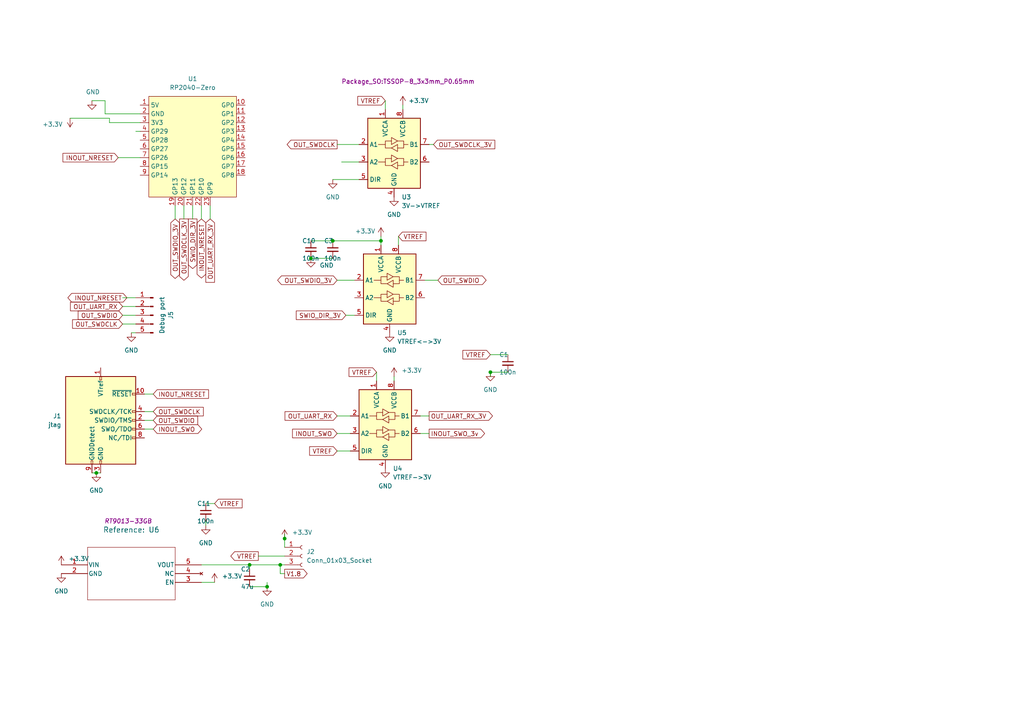
<source format=kicad_sch>
(kicad_sch (version 20231120) (generator "eeschema") (generator_version "8.0")
  (paper "A4")
  (title_block (title "Swindle RP2040 ZERO") (rev "0"))
  (lib_symbols
    (symbol "2024-10-20_09-04-45:RT9013-33GB" (pin_names (offset 0.254))
      (property "Reference" "U" (at 20.32 10.16 0))
      (property "Value" "RT9013-33GB" (at 20.32 7.62 0))
      (symbol "RT9013-33GB_0_1"
        (polyline (pts (xy 7.62 -10.16) (xy 33.02 -10.16)) (stroke (width 0.127)))
        (polyline (pts (xy 7.62 5.08) (xy 7.62 -10.16)) (stroke (width 0.127)))
        (polyline (pts (xy 33.02 -10.16) (xy 33.02 5.08)) (stroke (width 0.127)))
        (polyline (pts (xy 33.02 5.08) (xy 7.62 5.08)) (stroke (width 0.127)))
        (pin input line (at 0 0 0) (length 7.62) (name "VIN") (number "1"))
        (pin power_out line (at 0 -2.54 0) (length 7.62) (name "GND") (number "2"))
        (pin unspecified line (at 40.64 -5.08 180) (length 7.62) (name "EN") (number "3"))
        (pin no_connect line (at 40.64 -2.54 180) (length 7.62) (name "NC") (number "4"))
        (pin output line (at 40.64 0 180) (length 7.62) (name "VOUT") (number "5"))
      )
    )
    (symbol "CarrierZero:RP2040-Zero"
      (property "Reference" "U" (at 0 0 0))
      (property "Value" "RP2040-Zero" (at 0 8.89 0))
      (symbol "RP2040-Zero_0_1"
        (rectangle (start -12.7 7.62) (end 12.7 -21.59) (fill (type background)))
      )
      (symbol "RP2040-Zero_1_1"
        (pin power_in line (at -15.24 5.08 0) (length 2.54) (name "5V") (number "1"))
        (pin bidirectional line (at 15.24 5.08 180) (length 2.54) (name "GP0") (number "10"))
        (pin bidirectional line (at 15.24 2.54 180) (length 2.54) (name "GP1") (number "11"))
        (pin bidirectional line (at 15.24 0 180) (length 2.54) (name "GP2") (number "12"))
        (pin bidirectional line (at 15.24 -2.54 180) (length 2.54) (name "GP3") (number "13"))
        (pin bidirectional line (at 15.24 -5.08 180) (length 2.54) (name "GP4") (number "14"))
        (pin bidirectional line (at 15.24 -7.62 180) (length 2.54) (name "GP5") (number "15"))
        (pin bidirectional line (at 15.24 -10.16 180) (length 2.54) (name "GP6") (number "16"))
        (pin bidirectional line (at 15.24 -12.7 180) (length 2.54) (name "GP7") (number "17"))
        (pin bidirectional line (at 15.24 -15.24 180) (length 2.54) (name "GP8") (number "18"))
        (pin bidirectional line (at -5.08 -24.13 90) (length 2.54) (name "GP13") (number "19"))
        (pin power_in line (at -15.24 2.54 0) (length 2.54) (name "GND") (number "2"))
        (pin bidirectional line (at -2.54 -24.13 90) (length 2.54) (name "GP12") (number "20"))
        (pin bidirectional line (at 0 -24.13 90) (length 2.54) (name "GP11") (number "21"))
        (pin bidirectional line (at 2.54 -24.13 90) (length 2.54) (name "GP10") (number "22"))
        (pin bidirectional line (at 5.08 -24.13 90) (length 2.54) (name "GP9") (number "23"))
        (pin power_in line (at -15.24 0 0) (length 2.54) (name "3V3") (number "3"))
        (pin bidirectional line (at -15.24 -2.54 0) (length 2.54) (name "GP29") (number "4"))
        (pin bidirectional line (at -15.24 -5.08 0) (length 2.54) (name "GP28") (number "5"))
        (pin bidirectional line (at -15.24 -7.62 0) (length 2.54) (name "GP27") (number "6"))
        (pin bidirectional line (at -15.24 -10.16 0) (length 2.54) (name "GP26") (number "7"))
        (pin bidirectional line (at -15.24 -12.7 0) (length 2.54) (name "GP15") (number "8"))
        (pin bidirectional line (at -15.24 -15.24 0) (length 2.54) (name "GP14") (number "9"))
      )
    )
    (symbol "Connector:Conn_01x03_Socket" (pin_names (offset 1.016) hide)
      (property "Reference" "J" (at 0 5.08 0))
      (property "Value" "Conn_01x03_Socket" (at 0 -5.08 0))
      (symbol "Conn_01x03_Socket_1_1"
        (arc (start 0 -2.032) (mid -0.5058 -2.54) (end 0 -3.048) (stroke (width 0.1524)))
        (polyline (pts (xy -1.27 -2.54) (xy -0.508 -2.54)) (stroke (width 0.1524)))
        (polyline (pts (xy -1.27 0) (xy -0.508 0)) (stroke (width 0.1524)))
        (polyline (pts (xy -1.27 2.54) (xy -0.508 2.54)) (stroke (width 0.1524)))
        (arc (start 0 0.508) (mid -0.5058 0) (end 0 -0.508) (stroke (width 0.1524)))
        (arc (start 0 3.048) (mid -0.5058 2.54) (end 0 2.032) (stroke (width 0.1524)))
        (pin passive line (at -5.08 2.54 0) (length 3.81) (name "Pin_1") (number "1"))
        (pin passive line (at -5.08 0 0) (length 3.81) (name "Pin_2") (number "2"))
        (pin passive line (at -5.08 -2.54 0) (length 3.81) (name "Pin_3") (number "3"))
      )
    )
    (symbol "Connector:Conn_01x05_Male" (pin_names (offset 1.016) hide)
      (property "Reference" "J" (at 0 7.62 0))
      (property "Value" "Conn_01x05_Male" (at 0 -7.62 0))
      (symbol "Conn_01x05_Male_1_1"
        (polyline (pts (xy 1.27 -5.08) (xy 0.8636 -5.08)) (stroke (width 0.1524)))
        (polyline (pts (xy 1.27 -2.54) (xy 0.8636 -2.54)) (stroke (width 0.1524)))
        (polyline (pts (xy 1.27 0) (xy 0.8636 0)) (stroke (width 0.1524)))
        (polyline (pts (xy 1.27 2.54) (xy 0.8636 2.54)) (stroke (width 0.1524)))
        (polyline (pts (xy 1.27 5.08) (xy 0.8636 5.08)) (stroke (width 0.1524)))
        (rectangle (start 0.8636 -4.953) (end 0 -5.207) (stroke (width 0.1524)) (fill (type outline)))
        (rectangle (start 0.8636 -2.413) (end 0 -2.667) (stroke (width 0.1524)) (fill (type outline)))
        (rectangle (start 0.8636 0.127) (end 0 -0.127) (stroke (width 0.1524)) (fill (type outline)))
        (rectangle (start 0.8636 2.667) (end 0 2.413) (stroke (width 0.1524)) (fill (type outline)))
        (rectangle (start 0.8636 5.207) (end 0 4.953) (stroke (width 0.1524)) (fill (type outline)))
        (pin passive line (at 5.08 5.08 180) (length 3.81) (name "Pin_1") (number "1"))
        (pin passive line (at 5.08 2.54 180) (length 3.81) (name "Pin_2") (number "2"))
        (pin passive line (at 5.08 0 180) (length 3.81) (name "Pin_3") (number "3"))
        (pin passive line (at 5.08 -2.54 180) (length 3.81) (name "Pin_4") (number "4"))
        (pin passive line (at 5.08 -5.08 180) (length 3.81) (name "Pin_5") (number "5"))
      )
    )
    (symbol "Connector:Conn_ARM_JTAG_SWD_10" (pin_names (offset 1.016))
      (property "Reference" "J" (at -2.54 16.51 0))
      (property "Value" "Conn_ARM_JTAG_SWD_10" (at -2.54 13.97 0))
      (symbol "Conn_ARM_JTAG_SWD_10_0_1"
        (rectangle (start -10.16 12.7) (end 10.16 -12.7) (stroke (width 0.254)) (fill (type background)))
        (rectangle (start -2.794 -12.7) (end -2.286 -11.684))
        (rectangle (start -0.254 -12.7) (end 0.254 -11.684))
        (rectangle (start -0.254 12.7) (end 0.254 11.684))
        (rectangle (start 9.144 2.286) (end 10.16 2.794))
        (rectangle (start 10.16 -2.794) (end 9.144 -2.286))
        (rectangle (start 10.16 -0.254) (end 9.144 0.254))
        (rectangle (start 10.16 7.874) (end 9.144 7.366))
      )
      (symbol "Conn_ARM_JTAG_SWD_10_1_1"
        (rectangle (start 9.144 -5.334) (end 10.16 -4.826))
        (pin power_in line (at 0 15.24 270) (length 2.54) (name "VTref") (number "1"))
        (pin open_collector line (at 12.7 7.62 180) (length 2.54) (name "~{RESET}") (number "10"))
        (pin bidirectional line (at 12.7 0 180) (length 2.54) (name "SWDIO/TMS") (number "2"))
        (pin power_in line (at 0 -15.24 90) (length 2.54) (name "GND") (number "3"))
        (pin output line (at 12.7 2.54 180) (length 2.54) (name "SWDCLK/TCK") (number "4"))
        (pin passive line (at 0 -15.24 90) (length 2.54) hide (name "GND") (number "5"))
        (pin input line (at 12.7 -2.54 180) (length 2.54) (name "SWO/TDO") (number "6"))
        (pin no_connect line (at -10.16 0 0) (length 2.54) hide (name "KEY") (number "7"))
        (pin output line (at 12.7 -5.08 180) (length 2.54) (name "NC/TDI") (number "8"))
        (pin passive line (at -2.54 -15.24 90) (length 2.54) (name "GNDDetect") (number "9"))
      )
    )
    (symbol "Device:C_Small" (pin_numbers hide) (pin_names (offset 0.254) hide)
      (property "Reference" "C" (at 0.254 1.778 0))
      (property "Value" "C_Small" (at 0.254 -2.032 0))
      (symbol "C_Small_0_1"
        (polyline (pts (xy -1.524 -0.508) (xy 1.524 -0.508)) (stroke (width 0.3302)))
        (polyline (pts (xy -1.524 0.508) (xy 1.524 0.508)) (stroke (width 0.3048)))
      )
      (symbol "C_Small_1_1"
        (pin passive line (at 0 2.54 270) (length 2.032) (name "~") (number "1"))
        (pin passive line (at 0 -2.54 90) (length 2.032) (name "~") (number "2"))
      )
    )
    (symbol "Logic_LevelTranslator:SN74LVC2T45DCUR"
      (property "Reference" "U" (at -6.35 11.43 0))
      (property "Value" "SN74LVC2T45DCUR" (at 3.81 11.43 0))
      (symbol "SN74LVC2T45DCUR_0_1"
        (rectangle (start -7.62 10.16) (end 7.62 -10.16) (stroke (width 0.254)) (fill (type background)))
        (polyline (pts (xy -2.54 2.54) (xy -2.54 3.556) (xy -0.762 3.556)))
        (polyline (pts (xy 2.794 2.54) (xy 2.794 1.524) (xy 1.016 1.524)))
        (polyline (pts (xy -0.762 1.524) (xy -2.54 1.524) (xy -2.54 2.54) (xy -4.572 2.54)))
        (polyline (pts (xy -0.762 2.54) (xy -0.762 4.572) (xy 1.016 3.556) (xy -0.762 2.54)))
        (polyline (pts (xy 1.016 3.556) (xy 2.794 3.556) (xy 2.794 2.54) (xy 4.064 2.54)))
        (polyline (pts (xy 1.016 2.54) (xy 1.016 0.762) (xy 1.016 0.508) (xy -0.762 1.524) (xy 1.016 2.54)))
      )
      (symbol "SN74LVC2T45DCUR_1_1"
        (polyline (pts (xy -2.54 -2.54) (xy -2.54 -1.524) (xy -0.762 -1.524)))
        (polyline (pts (xy 2.794 -2.54) (xy 2.794 -3.556) (xy 1.016 -3.556)))
        (polyline (pts (xy -0.762 -3.556) (xy -2.54 -3.556) (xy -2.54 -2.54) (xy -4.572 -2.54)))
        (polyline (pts (xy -0.762 -2.54) (xy -0.762 -0.508) (xy 1.016 -1.524) (xy -0.762 -2.54)))
        (polyline (pts (xy 1.016 -1.524) (xy 2.794 -1.524) (xy 2.794 -2.54) (xy 4.064 -2.54)))
        (polyline (pts (xy 1.016 -2.54) (xy 1.016 -4.318) (xy 1.016 -4.572) (xy -0.762 -3.556) (xy 1.016 -2.54)))
        (pin power_in line (at -2.54 12.7 270) (length 2.54) (name "VCCA") (number "1"))
        (pin bidirectional line (at -10.16 2.54 0) (length 2.54) (name "A1") (number "2"))
        (pin bidirectional line (at -10.16 -2.54 0) (length 2.54) (name "A2") (number "3"))
        (pin power_in line (at 0 -12.7 90) (length 2.54) (name "GND") (number "4"))
        (pin input line (at -10.16 -7.62 0) (length 2.54) (name "DIR") (number "5"))
        (pin bidirectional line (at 10.16 -2.54 180) (length 2.54) (name "B2") (number "6"))
        (pin bidirectional line (at 10.16 2.54 180) (length 2.54) (name "B1") (number "7"))
        (pin power_in line (at 2.54 12.7 270) (length 2.54) (name "VCCB") (number "8"))
      )
    )
    (symbol "power:+3.3V" (power) (pin_names (offset 0))
      (property "Value" "+3.3V" (at 0 3.556 0))
      (symbol "+3.3V_0_1"
        (polyline (pts (xy -0.762 1.27) (xy 0 2.54)))
        (polyline (pts (xy 0 0) (xy 0 2.54)))
        (polyline (pts (xy 0 2.54) (xy 0.762 1.27)))
      )
      (symbol "+3.3V_1_1"
        (pin power_in line (at 0 0 90) (length 0) hide (name "+3.3V") (number "1"))
      )
    )
    (symbol "power:GND" (power) (pin_names (offset 0))
      (property "Value" "GND" (at 0 -3.81 0))
      (symbol "GND_0_1"
        (polyline (pts (xy 0 0) (xy 0 -1.27) (xy 1.27 -1.27) (xy 0 -2.54) (xy -1.27 -1.27) (xy 0 -1.27)))
      )
      (symbol "GND_1_1"
        (pin power_in line (at 0 0 270) (length 0) hide (name "GND") (number "1"))
      )
    )
  )
  (junction (at 96.52 69.85))
  (junction (at 77.47 170.18))
  (junction (at 90.17 74.93))
  (junction (at 81.28 163.83))
  (junction (at 27.94 137.16))
  (junction (at 82.55 156.21))
  (junction (at 110.49 69.85))
  (junction (at 72.39 163.83))
  (junction (at 142.24 107.95))
  (wire (pts (xy 30.48 33.02) (xy 40.64 33.02)))
  (wire (pts (xy 121.92 120.65) (xy 124.46 120.65)))
  (wire (pts (xy 81.28 166.37) (xy 81.28 163.83)))
  (wire (pts (xy 60.96 59.69) (xy 60.96 63.5)))
  (wire (pts (xy 31.75 35.56) (xy 40.64 35.56)))
  (wire (pts (xy 41.91 119.38) (xy 44.45 119.38)))
  (wire (pts (xy 55.88 59.69) (xy 55.88 63.5)))
  (wire (pts (xy 97.79 130.81) (xy 101.6 130.81)))
  (wire (pts (xy 90.17 74.93) (xy 96.52 74.93)))
  (wire (pts (xy 53.34 59.69) (xy 53.34 63.5)))
  (wire (pts (xy 30.48 29.21) (xy 26.67 29.21)))
  (wire (pts (xy 123.19 81.28) (xy 127 81.28)))
  (wire (pts (xy 142.24 107.95) (xy 142.24 109.22)))
  (wire (pts (xy 72.39 170.18) (xy 77.47 170.18)))
  (wire (pts (xy 109.22 107.95) (xy 109.22 110.49)))
  (wire (pts (xy 96.52 69.85) (xy 110.49 69.85)))
  (wire (pts (xy 38.1 96.52) (xy 39.37 96.52)))
  (wire (pts (xy 20.32 34.29) (xy 31.75 34.29)))
  (wire (pts (xy 35.56 86.36) (xy 39.37 86.36)))
  (wire (pts (xy 77.47 168.91) (xy 77.47 170.18)))
  (wire (pts (xy 59.69 151.13) (xy 59.69 152.4)))
  (wire (pts (xy 27.94 137.16) (xy 29.21 137.16)))
  (wire (pts (xy 59.69 146.05) (xy 62.23 146.05)))
  (wire (pts (xy 96.52 52.07) (xy 104.14 52.07)))
  (wire (pts (xy 97.79 81.28) (xy 102.87 81.28)))
  (wire (pts (xy 39.37 38.1) (xy 40.64 38.1)))
  (wire (pts (xy 41.91 121.92) (xy 44.45 121.92)))
  (wire (pts (xy 111.76 29.21) (xy 111.76 31.75)))
  (wire (pts (xy 30.48 33.02) (xy 30.48 29.21)))
  (wire (pts (xy 82.55 156.21) (xy 82.55 158.75)))
  (wire (pts (xy 74.93 161.29) (xy 82.55 161.29)))
  (wire (pts (xy 147.32 107.95) (xy 142.24 107.95)))
  (wire (pts (xy 41.91 114.3) (xy 44.45 114.3)))
  (wire (pts (xy 82.55 166.37) (xy 81.28 166.37)))
  (wire (pts (xy 97.79 125.73) (xy 101.6 125.73)))
  (wire (pts (xy 121.92 125.73) (xy 124.46 125.73)))
  (wire (pts (xy 110.49 68.58) (xy 110.49 69.85)))
  (wire (pts (xy 110.49 69.85) (xy 110.49 71.12)))
  (wire (pts (xy 90.17 69.85) (xy 96.52 69.85)))
  (wire (pts (xy 97.79 120.65) (xy 101.6 120.65)))
  (wire (pts (xy 35.56 88.9) (xy 39.37 88.9)))
  (wire (pts (xy 116.84 30.48) (xy 116.84 31.75)))
  (wire (pts (xy 97.79 41.91) (xy 104.14 41.91)))
  (wire (pts (xy 35.56 93.98) (xy 39.37 93.98)))
  (wire (pts (xy 81.28 163.83) (xy 82.55 163.83)))
  (wire (pts (xy 72.39 163.83) (xy 81.28 163.83)))
  (wire (pts (xy 124.46 41.91) (xy 125.73 41.91)))
  (wire (pts (xy 58.42 168.91) (xy 62.23 168.91)))
  (wire (pts (xy 114.3 109.22) (xy 114.3 110.49)))
  (wire (pts (xy 31.75 34.29) (xy 31.75 35.56)))
  (wire (pts (xy 142.24 102.87) (xy 147.32 102.87)))
  (wire (pts (xy 58.42 163.83) (xy 72.39 163.83)))
  (wire (pts (xy 100.33 91.44) (xy 102.87 91.44)))
  (wire (pts (xy 115.57 68.58) (xy 115.57 71.12)))
  (wire (pts (xy 58.42 59.69) (xy 58.42 63.5)))
  (wire (pts (xy 34.29 45.72) (xy 40.64 45.72)))
  (wire (pts (xy 35.56 91.44) (xy 39.37 91.44)))
  (wire (pts (xy 82.55 154.94) (xy 82.55 156.21)))
  (wire (pts (xy 50.8 59.69) (xy 50.8 63.5)))
  (wire (pts (xy 99.06 46.99) (xy 104.14 46.99)))
  (wire (pts (xy 26.67 137.16) (xy 27.94 137.16)))
  (wire (pts (xy 41.91 124.46) (xy 44.45 124.46)))
  (wire (pts (xy 72.39 163.83) (xy 72.39 165.1)))
  (global_label "INOUT_NRESET" (shape input) (at 34.29 45.72 180) (property "Intersheetrefs" "${INTERSHEET_REFS}" (effects (hide yes))))
  (global_label "INOUT_SWO" (shape bidirectional) (at 44.45 124.46 0) (property "Intersheetrefs" "${INTERSHEET_REFS}" (effects (hide yes))))
  (global_label "VTREF" (shape input) (at 111.76 29.21 180) (property "Intersheetrefs" "${INTERSHEET_REFS}" (effects (hide yes))))
  (global_label "INOUT_SWO_3v" (shape output) (at 124.46 125.73 0) (property "Intersheetrefs" "${INTERSHEET_REFS}" (effects (hide yes))))
  (global_label "OUT_UART_RX_3V" (shape output) (at 124.46 120.65 0) (property "Intersheetrefs" "${INTERSHEET_REFS}" (effects (hide yes))))
  (global_label "V1.8" (shape output) (at 82.55 166.37 0) (property "Intersheetrefs" "${INTERSHEET_REFS}" (effects (hide yes))))
  (global_label "OUT_SWDIO" (shape input) (at 44.45 121.92 0) (property "Intersheetrefs" "${INTERSHEET_REFS}" (effects (hide yes))))
  (global_label "OUT_SWDIO" (shape input) (at 35.56 91.44 180) (property "Intersheetrefs" "${INTERSHEET_REFS}" (effects (hide yes))))
  (global_label "INOUT_NRESET" (shape input) (at 44.45 114.3 0) (property "Intersheetrefs" "${INTERSHEET_REFS}" (effects (hide yes))))
  (global_label "OUT_UART_RX" (shape input) (at 35.56 88.9 180) (property "Intersheetrefs" "${INTERSHEET_REFS}" (effects (hide yes))))
  (global_label "VTREF" (shape input) (at 97.79 130.81 180) (property "Intersheetrefs" "${INTERSHEET_REFS}" (effects (hide yes))))
  (global_label "OUT_UART_RX" (shape input) (at 97.79 120.65 180) (property "Intersheetrefs" "${INTERSHEET_REFS}" (effects (hide yes))))
  (global_label "OUT_SWDCLK_3V" (shape output) (at 53.34 63.5 270) (property "Intersheetrefs" "${INTERSHEET_REFS}" (effects (hide yes))))
  (global_label "OUT_SWDIO_3V" (shape bidirectional) (at 50.8 63.5 270) (property "Intersheetrefs" "${INTERSHEET_REFS}" (effects (hide yes))))
  (global_label "OUT_SWDCLK" (shape input) (at 35.56 93.98 180) (property "Intersheetrefs" "${INTERSHEET_REFS}" (effects (hide yes))))
  (global_label "OUT_SWDCLK" (shape input) (at 44.45 119.38 0) (property "Intersheetrefs" "${INTERSHEET_REFS}" (effects (hide yes))))
  (global_label "INOUT_SWO" (shape input) (at 97.79 125.73 180) (property "Intersheetrefs" "${INTERSHEET_REFS}" (effects (hide yes))))
  (global_label "INOUT_NRESET" (shape bidirectional) (at 58.42 63.5 270) (property "Intersheetrefs" "${INTERSHEET_REFS}" (effects (hide yes))))
  (global_label "SWIO_DIR_3V" (shape input) (at 100.33 91.44 180) (property "Intersheetrefs" "${INTERSHEET_REFS}" (effects (hide yes))))
  (global_label "VTREF" (shape input) (at 115.57 68.58 0) (property "Intersheetrefs" "${INTERSHEET_REFS}" (effects (hide yes))))
  (global_label "OUT_UART_RX_3V" (shape input) (at 60.96 63.5 270) (property "Intersheetrefs" "${INTERSHEET_REFS}" (effects (hide yes))))
  (global_label "INOUT_NRESET" (shape bidirectional) (at 36.83 86.36 180) (property "Intersheetrefs" "${INTERSHEET_REFS}" (effects (hide yes))))
  (global_label "VTREF" (shape input) (at 142.24 102.87 180) (property "Intersheetrefs" "${INTERSHEET_REFS}" (effects (hide yes))))
  (global_label "SWIO_DIR_3V" (shape output) (at 55.88 63.5 270) (property "Intersheetrefs" "${INTERSHEET_REFS}" (effects (hide yes))))
  (global_label "OUT_SWDCLK_3V" (shape input) (at 125.73 41.91 0) (property "Intersheetrefs" "${INTERSHEET_REFS}" (effects (hide yes))))
  (global_label "VTREF" (shape input) (at 109.22 107.95 180) (property "Intersheetrefs" "${INTERSHEET_REFS}" (effects (hide yes))))
  (global_label "VTREF" (shape output) (at 74.93 161.29 180) (property "Intersheetrefs" "${INTERSHEET_REFS}" (effects (hide yes))))
  (global_label "OUT_SWDCLK" (shape output) (at 97.79 41.91 180) (property "Intersheetrefs" "${INTERSHEET_REFS}" (effects (hide yes))))
  (global_label "OUT_SWDIO" (shape bidirectional) (at 127 81.28 0) (property "Intersheetrefs" "${INTERSHEET_REFS}" (effects (hide yes))))
  (global_label "VTREF" (shape input) (at 62.23 146.05 0) (property "Intersheetrefs" "${INTERSHEET_REFS}" (effects (hide yes))))
  (global_label "OUT_SWDIO_3V" (shape bidirectional) (at 97.79 81.28 180) (property "Intersheetrefs" "${INTERSHEET_REFS}" (effects (hide yes))))
  (symbol (lib_id "Connector:Conn_01x05_Male") (at 44.45 91.44 0) (mirror y) (unit 1)
    (property "Reference" "J5" (at 49.53 91.44 90))
    (property "Value" "Debug port" (at 46.99 91.44 90))
    (property "Footprint" "Con5" (effects (hide yes)))
  )
  (symbol (lib_id "power:GND") (at 59.69 152.4 0) (unit 1)
    (property "Reference" "#PWR013" (effects (hide yes)))
    (property "Value" "GND" (at 59.69 157.48 0))
  )
  (symbol (lib_id "Connector:Conn_01x03_Socket") (at 87.63 161.29 0) (unit 1)
    (property "Reference" "J2" (at 88.9 160.0199 0) (effects (justify left)))
    (property "Value" "Conn_01x03_Socket" (at 88.9 162.5599 0) (effects (justify left)))
    (property "Footprint" "Connector_PinHeader_2.54mm:PinHeader_1x03_P2.54mm_Vertical" (effects (hide yes)))
    (property "Description" "Generic connector, single row, 01x03, script generated" (effects (hide yes)))
  )
  (symbol (lib_id "Logic_LevelTranslator:SN74LVC2T45DCUR") (at 113.03 83.82 0) (unit 1)
    (property "Reference" "U5" (at 115.2241 96.52 0) (effects (justify left)))
    (property "Value" "VTREF<->3V" (at 115.2241 99.06 0) (effects (justify left)))
    (property "Footprint" "Package_SO:TSSOP-8_3x3mm_P0.65mm" (effects (hide yes)))
    (property "Datasheet" "http://www.ti.com/lit/ds/symlink/sn74lvc2t45.pdf" (effects (hide yes)))
    (property "Description" "Dual-Bit Dual-Supply Bus Transceiver With Configurable Voltage Translation and 3-State Outputs, VSSOP-8" (effects (hide yes)))
  )
  (symbol (lib_id "power:GND") (at 27.94 137.16 0) (unit 1)
    (property "Reference" "#PWR010" (effects (hide yes)))
    (property "Value" "GND" (at 27.94 142.24 0))
  )
  (symbol (lib_id "Logic_LevelTranslator:SN74LVC2T45DCUR") (at 114.3 44.45 0) (unit 1)
    (property "Reference" "U3" (at 116.4941 57.15 0) (effects (justify left)))
    (property "Value" "3V->VTREF" (at 116.4941 59.69 0) (effects (justify left)))
    (property "Footprint" "Package_SO:TSSOP-8_3x3mm_P0.65mm" (at 118.364 23.622 0))
    (property "Datasheet" "http://www.ti.com/lit/ds/symlink/sn74lvc2t45.pdf" (effects (hide yes)))
    (property "Description" "Dual-Bit Dual-Supply Bus Transceiver With Configurable Voltage Translation and 3-State Outputs, VSSOP-8" (effects (hide yes)))
  )
  (symbol (lib_id "2024-10-20_09-04-45:RT9013-33GB") (at 17.78 163.83 0) (unit 1)
    (property "Reference" "U6" (at 38.1 153.67 0) (show_name yes) (effects (font (size 1.524 1.524))))
    (property "Value" "RT9013-33GB" (effects (hide yes)))
    (property "Footprint" "PCM_Package_TO_SOT_SMD_AKL:TSOT-23-5" (effects (hide yes)))
    (property "Datasheet" "RT9013-33GB" (at 37.084 151.13 0) (effects (font (italic yes))))
  )
  (symbol (lib_id "Device:C_Small") (at 72.39 167.64 0) (unit 1)
    (property "Reference" "C2" (at 69.85 165.1 0) (effects (justify left)))
    (property "Value" "47u" (at 69.85 170.18 0) (effects (justify left)))
    (property "Footprint" "Resistor_SMD:R_1210_3225Metric" (effects (hide yes)))
  )
  (symbol (lib_id "power:GND") (at 77.47 170.18 0) (unit 1)
    (property "Reference" "#PWR032" (effects (hide yes)))
    (property "Value" "GND" (at 77.47 175.26 0))
  )
  (symbol (lib_id "power:GND") (at 113.03 96.52 0) (unit 1)
    (property "Reference" "#PWR026" (effects (hide yes)))
    (property "Value" "GND" (at 113.03 101.6 0))
  )
  (symbol (lib_id "power:GND") (at 142.24 107.95 0) (unit 1)
    (property "Reference" "#PWR03" (effects (hide yes)))
    (property "Value" "GND" (at 142.24 113.03 0))
  )
  (symbol (lib_id "power:GND") (at 96.52 52.07 0) (unit 1)
    (property "Reference" "#PWR028" (effects (hide yes)))
    (property "Value" "GND" (at 96.52 57.15 0))
  )
  (symbol (lib_id "CarrierZero:RP2040-Zero") (at 55.88 35.56 0) (unit 1)
    (property "Reference" "U1" (at 55.88 22.86 0))
    (property "Value" "RP2040-Zero" (at 55.88 25.4 0))
    (property "Footprint" "RP2040 Carrier:RP2040 Zero" (effects (hide yes)))
  )
  (symbol (lib_id "Device:C_Small") (at 90.17 72.39 0) (unit 1)
    (property "Reference" "C10" (at 87.63 69.85 0) (effects (justify left)))
    (property "Value" "100n" (at 87.63 74.93 0) (effects (justify left)))
    (property "Footprint" "Resistor_SMD:R_0603_1608Metric" (effects (hide yes)))
  )
  (symbol (lib_id "power:GND") (at 17.78 166.37 0) (unit 1)
    (property "Reference" "#PWR030" (effects (hide yes)))
    (property "Value" "GND" (at 17.78 171.45 0))
  )
  (symbol (lib_id "power:GND") (at 90.17 74.93 0) (unit 1)
    (property "Reference" "#PWR027" (effects (hide yes)))
    (property "Value" "GND" (at 94.742 76.962 0))
  )
  (symbol (lib_id "Logic_LevelTranslator:SN74LVC2T45DCUR") (at 111.76 123.19 0) (unit 1)
    (property "Reference" "U4" (at 113.9541 135.89 0) (effects (justify left)))
    (property "Value" "VTREF->3V" (at 113.9541 138.43 0) (effects (justify left)))
    (property "Footprint" "Package_SO:TSSOP-8_3x3mm_P0.65mm" (effects (hide yes)))
    (property "Datasheet" "http://www.ti.com/lit/ds/symlink/sn74lvc2t45.pdf" (effects (hide yes)))
    (property "Description" "Dual-Bit Dual-Supply Bus Transceiver With Configurable Voltage Translation and 3-State Outputs, VSSOP-8" (effects (hide yes)))
  )
  (symbol (lib_id "power:+3.3V") (at 62.23 168.91 0) (unit 1)
    (property "Reference" "#PWR031" (effects (hide yes)))
    (property "Value" "+3.3V" (at 67.31 167.132 0))
  )
  (symbol (lib_id "power:+3.3V") (at 20.32 34.29 180) (unit 1)
    (property "Reference" "#PWR01" (effects (hide yes)))
    (property "Value" "+3.3V" (at 15.24 36.068 0))
  )
  (symbol (lib_id "Device:C_Small") (at 59.69 148.59 0) (unit 1)
    (property "Reference" "C11" (at 57.15 146.05 0) (effects (justify left)))
    (property "Value" "100n" (at 57.15 151.13 0) (effects (justify left)))
    (property "Footprint" "Resistor_SMD:R_0603_1608Metric" (effects (hide yes)))
  )
  (symbol (lib_id "Connector:Conn_ARM_JTAG_SWD_10") (at 29.21 121.92 0) (unit 1)
    (property "Reference" "J1" (at 17.78 120.6499 0) (effects (justify right)))
    (property "Value" "jtag" (at 17.78 123.1899 0) (effects (justify right)))
    (property "Footprint" "Connector_PinHeader_1.27mm:PinHeader_2x05_P1.27mm_Vertical_SMD" (effects (hide yes)))
    (property "Datasheet" "http://infocenter.arm.com/help/topic/com.arm.doc.ddi0314h/DDI0314H_coresight_components_trm.pdf" (effects (hide yes)))
    (property "Description" "Cortex Debug Connector, standard ARM Cortex-M SWD and JTAG interface" (effects (hide yes)))
  )
  (symbol (lib_id "power:+3.3V") (at 116.84 30.48 0) (unit 1)
    (property "Reference" "#PWR021" (effects (hide yes)))
    (property "Value" "+3.3V" (at 121.412 29.21 0))
  )
  (symbol (lib_id "power:+3.3V") (at 114.3 109.22 0) (unit 1)
    (property "Reference" "#PWR022" (effects (hide yes)))
    (property "Value" "+3.3V" (at 119.38 107.442 0))
  )
  (symbol (lib_id "power:+3.3V") (at 82.55 156.21 0) (unit 1)
    (property "Reference" "#PWR033" (effects (hide yes)))
    (property "Value" "+3.3V" (at 87.63 154.432 0))
  )
  (symbol (lib_id "power:GND") (at 114.3 57.15 0) (unit 1)
    (property "Reference" "#PWR023" (effects (hide yes)))
    (property "Value" "GND" (at 114.3 62.23 0))
  )
  (symbol (lib_id "power:+3.3V") (at 17.78 163.83 0) (unit 1)
    (property "Reference" "#PWR029" (effects (hide yes)))
    (property "Value" "+3.3V" (at 22.86 162.052 0))
  )
  (symbol (lib_id "Device:C_Small") (at 147.32 105.41 0) (unit 1)
    (property "Reference" "C1" (at 144.78 102.87 0) (effects (justify left)))
    (property "Value" "100n" (at 144.78 107.95 0) (effects (justify left)))
    (property "Footprint" "Resistor_SMD:R_0603_1608Metric" (effects (hide yes)))
  )
  (symbol (lib_id "power:+3.3V") (at 110.49 68.58 0) (unit 1)
    (property "Reference" "#PWR025" (effects (hide yes)))
    (property "Value" "+3.3V" (at 105.918 67.056 0))
  )
  (symbol (lib_id "power:GND") (at 111.76 135.89 0) (unit 1)
    (property "Reference" "#PWR024" (effects (hide yes)))
    (property "Value" "GND" (at 111.76 140.97 0))
  )
  (symbol (lib_id "Device:C_Small") (at 96.52 72.39 0) (unit 1)
    (property "Reference" "C3" (at 93.98 69.85 0) (effects (justify left)))
    (property "Value" "100n" (at 93.98 74.93 0) (effects (justify left)))
    (property "Footprint" "Resistor_SMD:R_0603_1608Metric" (effects (hide yes)))
  )
  (symbol (lib_id "power:GND") (at 26.67 29.21 0) (unit 1)
    (property "Reference" "#PWR02" (effects (hide yes)))
    (property "Value" "GND" (at 26.924 26.67 0))
  )
  (symbol (lib_id "power:GND") (at 38.1 96.52 0) (unit 1)
    (property "Reference" "#PWR020" (effects (hide yes)))
    (property "Value" "GND" (at 38.1 101.6 0))
  )
)
</source>
